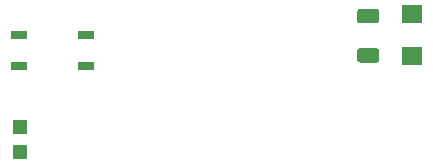
<source format=gbr>
%TF.GenerationSoftware,KiCad,Pcbnew,(5.1.12)-1*%
%TF.CreationDate,2022-05-04T12:53:07+05:30*%
%TF.ProjectId,5V3.5W,3556332e-3557-42e6-9b69-6361645f7063,rev?*%
%TF.SameCoordinates,Original*%
%TF.FileFunction,Paste,Top*%
%TF.FilePolarity,Positive*%
%FSLAX46Y46*%
G04 Gerber Fmt 4.6, Leading zero omitted, Abs format (unit mm)*
G04 Created by KiCad (PCBNEW (5.1.12)-1) date 2022-05-04 12:53:07*
%MOMM*%
%LPD*%
G01*
G04 APERTURE LIST*
%ADD10R,1.400000X0.800000*%
%ADD11R,1.200000X1.200000*%
%ADD12R,1.800000X1.500000*%
G04 APERTURE END LIST*
D10*
%TO.C,D1*%
X96400000Y-150335000D03*
X102100000Y-150335000D03*
X102100000Y-147665000D03*
X96400000Y-147665000D03*
%TD*%
%TO.C,FB1*%
G36*
G01*
X126700000Y-150025000D02*
X125300000Y-150025000D01*
G75*
G02*
X125050000Y-149775000I0J250000D01*
G01*
X125050000Y-149050000D01*
G75*
G02*
X125300000Y-148800000I250000J0D01*
G01*
X126700000Y-148800000D01*
G75*
G02*
X126950000Y-149050000I0J-250000D01*
G01*
X126950000Y-149775000D01*
G75*
G02*
X126700000Y-150025000I-250000J0D01*
G01*
G37*
G36*
G01*
X126700000Y-146700000D02*
X125300000Y-146700000D01*
G75*
G02*
X125050000Y-146450000I0J250000D01*
G01*
X125050000Y-145725000D01*
G75*
G02*
X125300000Y-145475000I250000J0D01*
G01*
X126700000Y-145475000D01*
G75*
G02*
X126950000Y-145725000I0J-250000D01*
G01*
X126950000Y-146450000D01*
G75*
G02*
X126700000Y-146700000I-250000J0D01*
G01*
G37*
%TD*%
D11*
%TO.C,R1*%
X96500000Y-157600000D03*
X96500000Y-155500000D03*
%TD*%
D12*
%TO.C,R7*%
X129750000Y-145900000D03*
X129750000Y-149500000D03*
%TD*%
M02*

</source>
